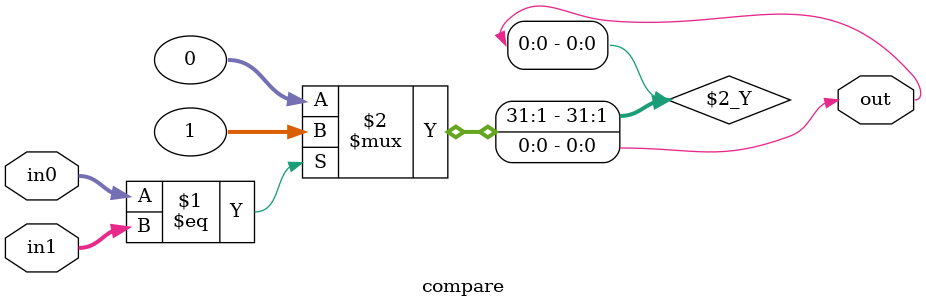
<source format=v>
`timescale 1ns / 1ps


module compare(
	input wire [31:0] in0,in1,
	output wire out
    );
    
	assign out = (in0 == in1) ? 1 : 0;
endmodule
</source>
